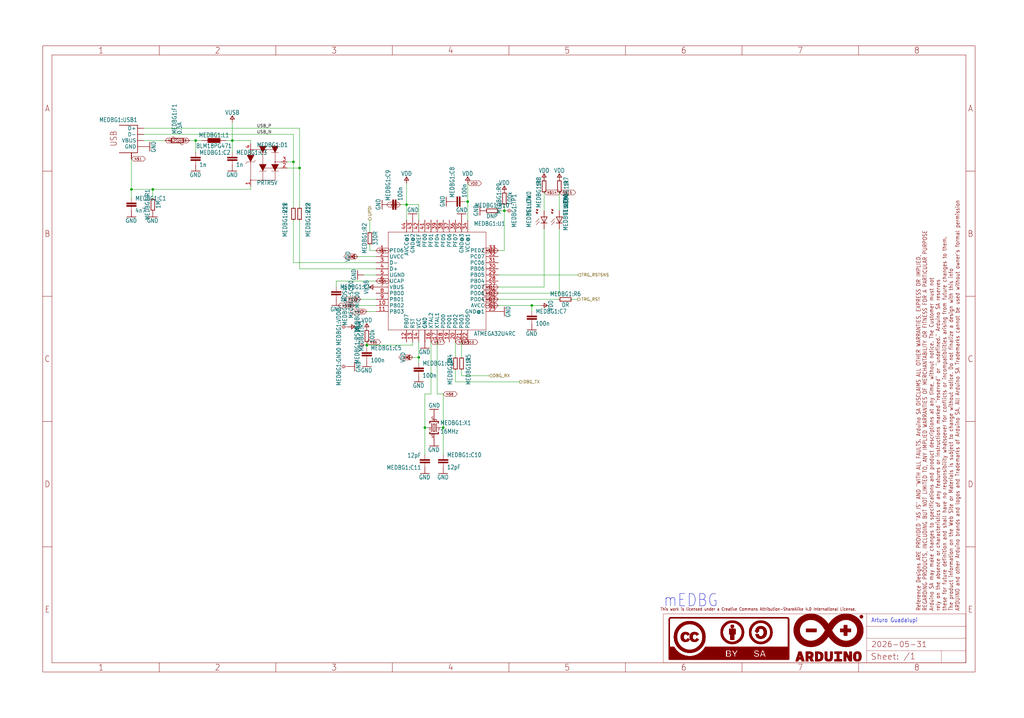
<source format=kicad_sch>
(kicad_sch (version 20250114) (generator "eeschema") (generator_version "9.0")
  (paper "User" 425.45 298.602)
  (lib_symbols
    (symbol "UNOWiFiREV2V4.0-eagle-import:A3-FRAME"
      (symbol "A3-FRAME_1_0"
        (text "A" (at 1.905 234.315 0) (effects (font (size 2.54 2.286))))
        (text "B" (at 1.905 182.245 0) (effects (font (size 2.54 2.286))))
        (text "C" (at 1.905 130.175 0) (effects (font (size 2.54 2.286))))
        (text "D" (at 1.905 78.105 0) (effects (font (size 2.54 2.286))))
        (text "E" (at 1.905 26.035 0) (effects (font (size 2.54 2.286))))
        (text "1" (at 24.2094 258.445 0) (effects (font (size 2.54 2.286))))
        (text "1" (at 24.2094 1.905 0) (effects (font (size 2.54 2.286))))
        (text "2" (at 72.6281 258.445 0) (effects (font (size 2.54 2.286))))
        (text "2" (at 72.6281 1.905 0) (effects (font (size 2.54 2.286))))
        (text "3" (at 121.0469 258.445 0) (effects (font (size 2.54 2.286))))
        (text "3" (at 121.0469 1.905 0) (effects (font (size 2.54 2.286))))
        (text "4" (at 169.4656 258.445 0) (effects (font (size 2.54 2.286))))
        (text "4" (at 169.4656 1.905 0) (effects (font (size 2.54 2.286))))
        (text "5" (at 217.8844 258.445 0) (effects (font (size 2.54 2.286))))
        (text "5" (at 217.8844 1.905 0) (effects (font (size 2.54 2.286))))
        (text "This work is licensed under a Creative Commons Attribution-ShareAlike 4.0 International License." (at 256.54 25.4 0) (effects (font (size 1.27 1.0795)) (justify left bottom)))
        (text "6" (at 266.3031 258.445 0) (effects (font (size 2.54 2.286))))
        (text "6" (at 266.3031 1.905 0) (effects (font (size 2.54 2.286))))
        (text "7" (at 314.7219 258.445 0) (effects (font (size 2.54 2.286))))
        (text "7" (at 314.7219 1.905 0) (effects (font (size 2.54 2.286))))
        (text "Sheet:" (at 343.916 4.953 0) (effects (font (size 2.54 2.54)) (justify left bottom)))
        (text "${PROJECTNAME}" (at 344.17 15.24 0) (effects (font (size 2.54 2.54)) (justify left bottom)))
        (text "${CURRENT_DATE}" (at 344.17 10.16 0) (effects (font (size 2.286 2.286)) (justify left bottom)))
        (text "${#}/${##}" (at 357.505 5.08 0) (effects (font (size 2.54 2.54)) (justify left bottom)))
        (text "8" (at 363.1406 258.445 0) (effects (font (size 2.54 2.286))))
        (text "8" (at 363.1406 1.905 0) (effects (font (size 2.54 2.286))))
        (text "Reference Designs ARE PROVIDED \"AS IS\" AND \"WITH ALL FAULTS. Arduino SA DISCLAIMS ALL OTHER WARRANTIES, EXPRESS OR IMPLIED,\nREGARDING PRODUCTS, INCLUDING BUT NOT LIMITED TO, ANY IMPLIED WARRANTIES OF MERCHANTABILITY OR FITNESS FOR A PARTICULAR PURPOSE\nArduino SA may make changes to specifications and product descriptions at any time, without notice. The Customer must not\nrely on the absence or characteristics of any features or instructions marked \"reserved\" or \"undefined.\" Arduino SA reserves\nthese for future definition and shall have no responsibility whatsoever for conflicts or incompatibilities arising from future changes to them.\nThe product information on the Web Site or Materials is subject to change without notice. Do not finalize a design with this info\nARDUINO and other Arduino brands and logos and Trademarks of Arduino SA. All Arduino SA Trademarks cannot be used without owner's formal permission" (at 381 25.4 900) (effects (font (size 1.6764 1.4249)) (justify left bottom)))
        (text "A" (at 385.445 234.315 0) (effects (font (size 2.54 2.286))))
        (text "B" (at 385.445 182.245 0) (effects (font (size 2.54 2.286))))
        (text "C" (at 385.445 130.175 0) (effects (font (size 2.54 2.286))))
        (text "D" (at 385.445 78.105 0) (effects (font (size 2.54 2.286))))
        (text "E" (at 385.445 26.035 0) (effects (font (size 2.54 2.286))))
      )
    )
    (symbol "UNOWiFiREV2V4.0-eagle-import:ATMEGA32U4"
      (property "Reference" "U" (at 15.24 22.86 0))
      (symbol "ATMEGA32U4_1_0"
        (pin bidirectional line (at -25.4 12.7 0) (length 5.08) (name "PE06") (number "1"))
        (pin bidirectional line (at -25.4 10.16 0) (length 5.08) (name "UVCC") (number "2"))
        (pin bidirectional line (at -25.4 7.62 0) (length 5.08) (name "D-") (number "3"))
        (pin bidirectional line (at -25.4 5.08 0) (length 5.08) (name "D+") (number "4"))
        (pin bidirectional line (at -25.4 2.54 0) (length 5.08) (name "UGND") (number "5"))
        (pin bidirectional line (at -25.4 0 0) (length 5.08) (name "UCAP") (number "6"))
        (pin bidirectional line (at -25.4 -2.54 0) (length 5.08) (name "VBUS") (number "7"))
        (pin bidirectional line (at -25.4 -5.08 0) (length 5.08) (name "PB00") (number "8"))
        (pin bidirectional line (at -25.4 -7.62 0) (length 5.08) (name "PB01") (number "9"))
        (pin bidirectional line (at -25.4 -10.16 0) (length 5.08) (name "PB02") (number "10"))
        (pin bidirectional line (at -25.4 -12.7 0) (length 5.08) (name "PB03") (number "11"))
        (pin bidirectional line (at -12.7 25.4 270) (length 5.08) (name "AVCC@1") (number "44"))
        (pin bidirectional line (at -12.7 -25.4 90) (length 5.08) (name "PB07") (number "12"))
        (pin bidirectional line (at -10.16 25.4 270) (length 5.08) (name "GND@2") (number "43"))
        (pin bidirectional line (at -10.16 -25.4 90) (length 5.08) (name "RST") (number "13"))
        (pin bidirectional line (at -7.62 25.4 270) (length 5.08) (name "AREF") (number "42"))
        (pin bidirectional line (at -7.62 -25.4 90) (length 5.08) (name "VCC") (number "14"))
        (pin bidirectional line (at -5.08 25.4 270) (length 5.08) (name "PF00") (number "41"))
        (pin bidirectional line (at -5.08 -25.4 90) (length 5.08) (name "GND") (number "15"))
        (pin bidirectional line (at -5.08 -25.4 90) (length 5.08) (name "GND") (number "45"))
        (pin bidirectional line (at -2.54 25.4 270) (length 5.08) (name "PF01") (number "40"))
        (pin bidirectional line (at -2.54 -25.4 90) (length 5.08) (name "XTAL2") (number "16"))
        (pin bidirectional line (at 0 25.4 270) (length 5.08) (name "PF04") (number "39"))
        (pin bidirectional line (at 0 -25.4 90) (length 5.08) (name "XTAL1") (number "17"))
        (pin bidirectional line (at 2.54 25.4 270) (length 5.08) (name "PF05") (number "38"))
        (pin bidirectional line (at 2.54 -25.4 90) (length 5.08) (name "PD00") (number "18"))
        (pin bidirectional line (at 5.08 25.4 270) (length 5.08) (name "PF06") (number "37"))
        (pin bidirectional line (at 5.08 -25.4 90) (length 5.08) (name "PD01") (number "19"))
        (pin bidirectional line (at 7.62 25.4 270) (length 5.08) (name "PF07") (number "36"))
        (pin bidirectional line (at 7.62 -25.4 90) (length 5.08) (name "PD02") (number "20"))
        (pin bidirectional line (at 10.16 25.4 270) (length 5.08) (name "GND@3") (number "35"))
        (pin bidirectional line (at 10.16 -25.4 90) (length 5.08) (name "PD03") (number "21"))
        (pin bidirectional line (at 12.7 25.4 270) (length 5.08) (name "VCC@1") (number "34"))
        (pin bidirectional line (at 12.7 -25.4 90) (length 5.08) (name "PD05") (number "22"))
        (pin bidirectional line (at 25.4 12.7 180) (length 5.08) (name "PE02") (number "33"))
        (pin bidirectional line (at 25.4 10.16 180) (length 5.08) (name "PC07") (number "32"))
        (pin bidirectional line (at 25.4 7.62 180) (length 5.08) (name "PC06") (number "31"))
        (pin bidirectional line (at 25.4 5.08 180) (length 5.08) (name "PB06") (number "30"))
        (pin bidirectional line (at 25.4 2.54 180) (length 5.08) (name "PB05") (number "29"))
        (pin bidirectional line (at 25.4 0 180) (length 5.08) (name "PB04") (number "28"))
        (pin bidirectional line (at 25.4 -2.54 180) (length 5.08) (name "PD07") (number "27"))
        (pin bidirectional line (at 25.4 -5.08 180) (length 5.08) (name "PD06") (number "26"))
        (pin bidirectional line (at 25.4 -7.62 180) (length 5.08) (name "PD04") (number "25"))
        (pin bidirectional line (at 25.4 -10.16 180) (length 5.08) (name "AVCC") (number "24"))
        (pin bidirectional line (at 25.4 -12.7 180) (length 5.08) (name "GND@1") (number "23"))
      )
    )
    (symbol "UNOWiFiREV2V4.0-eagle-import:C-0402"
      (property "Reference" "C" (at 1.524 1.651 0))
      (symbol "C-0402_1_0"
        (pin passive line (at 0 2.54 270) (length 0) (name "1") (number "1"))
        (pin passive line (at 0 -2.54 90) (length 0) (name "2") (number "2"))
      )
    )
    (symbol "UNOWiFiREV2V4.0-eagle-import:C-0805"
      (property "Reference" "C" (at 1.524 1.651 0))
      (symbol "C-0805_1_0"
        (pin passive line (at 0 2.54 270) (length 0) (name "1") (number "1"))
        (pin passive line (at 0 -2.54 90) (length 0) (name "2") (number "2"))
      )
    )
    (symbol "UNOWiFiREV2V4.0-eagle-import:CRYSTAL-3.2X2.5"
      (property "Reference" "X" (at 2.54 1.016 0))
      (symbol "CRYSTAL-3.2X2.5_1_0"
        (text "1" (at -2.159 -1.143 0) (effects (font (size 0.8636 0.734)) (justify left bottom)))
        (text "S" (at -1.27 3.048 0) (effects (font (size 1.27 1.0795)) (justify left bottom)))
        (text "S" (at -1.27 -4.318 0) (effects (font (size 1.27 1.0795)) (justify left bottom)))
        (text "3" (at 1.143 2.794 900) (effects (font (size 0.8636 0.734)) (justify left bottom)))
        (text "2" (at 1.524 -1.143 0) (effects (font (size 0.8636 0.734)) (justify left bottom)))
        (pin passive line (at -2.54 0 0) (length 0) (name "C1") (number "1"))
        (pin passive line (at 0 5.08 270) (length 2.54) (name "GND@2") (number "4"))
        (pin passive line (at 0 -5.08 90) (length 2.54) (name "GND@1") (number "2"))
        (pin passive line (at 2.54 0 180) (length 0) (name "C2") (number "3"))
      )
    )
    (symbol "UNOWiFiREV2V4.0-eagle-import:FERRITE0603"
      (property "Reference" "L" (at 0 1.27 0))
      (symbol "FERRITE0603_1_0"
        (pin passive line (at -5.08 0 0) (length 2.54) (name "1") (number "1"))
        (pin passive line (at 5.08 0 180) (length 2.54) (name "2") (number "2"))
      )
    )
    (symbol "UNOWiFiREV2V4.0-eagle-import:GND" (power)
      (symbol "GND_1_0"
        (pin power_in line (at 0 2.54 270) (length 2.54) (name "GND") (number "1"))
      )
    )
    (symbol "UNOWiFiREV2V4.0-eagle-import:LED-0603"
      (property "Reference" "DL" (at 3.556 -4.572 90))
      (symbol "LED-0603_1_0"
        (pin passive line (at 0 2.54 270) (length 2.54) (name "A") (number "A"))
        (pin passive line (at 0 -5.08 90) (length 2.54) (name "C") (number "C"))
      )
    )
    (symbol "UNOWiFiREV2V4.0-eagle-import:PRTR5V0U2X,215"
      (property "Reference" "D" (at -2.54 6.096 0))
      (symbol "PRTR5V0U2X,215_1_0"
        (pin passive line (at -5.08 7.62 270) (length 2.54) (name "4") (number "4"))
        (pin passive line (at -5.08 -10.16 90) (length 2.54) (name "1") (number "1"))
        (pin passive line (at 10.16 0 180) (length 2.54) (name "3") (number "3"))
        (pin passive line (at 10.16 -2.54 180) (length 2.54) (name "2") (number "2"))
      )
    )
    (symbol "UNOWiFiREV2V4.0-eagle-import:PTC0603"
      (property "Reference" "F" (at 2.54 0.2286 0))
      (symbol "PTC0603_1_0"
        (pin passive line (at 0 5.08 270) (length 2.54) (name "2") (number "2"))
        (pin passive line (at 0 -5.08 90) (length 2.54) (name "1") (number "1"))
      )
    )
    (symbol "UNOWiFiREV2V4.0-eagle-import:R-0402"
      (property "Reference" "R" (at 0 1.27 0))
      (symbol "R-0402_1_0"
        (pin passive line (at -2.54 0 0) (length 0) (name "1") (number "1"))
        (pin passive line (at 2.54 0 180) (length 0) (name "2") (number "2"))
      )
    )
    (symbol "UNOWiFiREV2V4.0-eagle-import:TPTP-1.00MM"
      (property "Reference" "TP" (at 0 0.508 0))
      (symbol "TPTP-1.00MM_1_0"
        (pin passive line (at 0 -2.54 90) (length 0) (name "P$1") (number "X"))
      )
    )
    (symbol "UNOWiFiREV2V4.0-eagle-import:TPTP-1.27MM"
      (property "Reference" "TP" (at 0 0.508 0))
      (symbol "TPTP-1.27MM_1_0"
        (pin passive line (at 0 -2.54 90) (length 0) (name "P$1") (number "X"))
      )
    )
    (symbol "UNOWiFiREV2V4.0-eagle-import:USB-B-H"
      (property "Reference" "USB" (at 0 10.16 0))
      (symbol "USB-B-H_1_0"
        (text "USB" (at 11.43 0 900) (effects (font (size 2.54 2.159)) (justify left bottom)))
        (pin bidirectional line (at -2.54 7.62 0) (length 2.54) (name "D+") (number "D+"))
        (pin bidirectional line (at -2.54 5.08 0) (length 2.54) (name "D-") (number "D-"))
        (pin bidirectional line (at -2.54 2.54 0) (length 2.54) (name "VBUS") (number "VBUS"))
        (pin bidirectional line (at -2.54 0 0) (length 2.54) (name "GND") (number "GND"))
        (pin bidirectional line (at 2.54 -5.08 90) (length 2.54) (name "SHIELD") (number "SHIELD1"))
        (pin bidirectional line (at 2.54 -5.08 90) (length 2.54) (name "SHIELD") (number "SHIELD2"))
      )
    )
    (symbol "UNOWiFiREV2V4.0-eagle-import:VDD" (power)
      (symbol "VDD_1_0"
        (pin power_in line (at 0 -2.54 90) (length 2.54) (name "+1V") (number "1"))
      )
    )
    (symbol "UNOWiFiREV2V4.0-eagle-import:VUSB" (power)
      (symbol "VUSB_1_0"
        (pin power_in line (at 0 -2.54 90) (length 2.54) (name "VUSB") (number "1"))
      )
    )
  )
  (text "Arturo Guadalupi" (at 361.95 259.08 0) (effects (font (size 1.778 1.5113)) (justify left bottom)))
  (text "mEDBG" (at 275.59 252.73 0) (effects (font (size 5.08 4.318)) (justify left bottom)))
  (junction (at 81.28 58.42))
  (junction (at 194.31 83.82))
  (junction (at 184.15 177.8))
  (junction (at 176.53 177.8))
  (junction (at 124.46 69.85))
  (junction (at 173.99 148.59))
  (junction (at 121.92 67.31))
  (junction (at 63.5 78.74))
  (junction (at 152.4 143.51))
  (junction (at 96.52 58.42))
  (junction (at 209.55 87.63))
  (junction (at 220.98 127))
  (junction (at 54.61 78.74))
  (junction (at 168.91 85.09))
  (wire (pts (xy 207.01 87.63) (xy 209.55 87.63)) (stroke (width 0.1524)))
  (wire (pts (xy 184.15 163.83) (xy 181.61 163.83)) (stroke (width 0.1524)))
  (wire (pts (xy 194.31 76.2) (xy 194.31 83.82)) (stroke (width 0.1524)))
  (wire (pts (xy 152.4 129.54) (xy 156.21 129.54)) (stroke (width 0.1524)))
  (wire (pts (xy 194.31 83.82) (xy 194.31 91.44)) (stroke (width 0.1524)))
  (wire (pts (xy 176.53 177.8) (xy 176.53 163.83)) (stroke (width 0.1524)))
  (wire (pts (xy 54.61 78.74) (xy 63.5 78.74)) (stroke (width 0.1524)))
  (wire (pts (xy 237.49 124.46) (xy 240.03 124.46)) (stroke (width 0.1524)))
  (wire (pts (xy 189.23 142.24) (xy 189.23 148.59)) (stroke (width 0.1524)))
  (wire (pts (xy 181.61 163.83) (xy 181.61 142.24)) (stroke (width 0.1524)))
  (wire (pts (xy 193.04 83.82) (xy 194.31 83.82)) (stroke (width 0.1524)))
  (wire (pts (xy 191.77 142.24) (xy 191.77 148.59)) (stroke (width 0.1524)))
  (wire (pts (xy 207.01 124.46) (xy 232.41 124.46)) (stroke (width 0.1524)))
  (wire (pts (xy 207.01 121.92) (xy 232.41 121.92)) (stroke (width 0.1524)))
  (wire (pts (xy 121.92 55.88) (xy 121.92 67.31)) (stroke (width 0.1524)))
  (wire (pts (xy 124.46 53.34) (xy 124.46 69.85)) (stroke (width 0.1524)))
  (wire (pts (xy 59.69 53.34) (xy 124.46 53.34)) (stroke (width 0.1524)))
  (wire (pts (xy 168.91 85.09) (xy 173.99 85.09)) (stroke (width 0.1524)))
  (wire (pts (xy 156.21 104.14) (xy 153.67 104.14)) (stroke (width 0.1524)))
  (wire (pts (xy 124.46 91.44) (xy 124.46 111.76)) (stroke (width 0.1524)))
  (wire (pts (xy 224.79 127) (xy 220.98 127)) (stroke (width 0.1524)))
  (wire (pts (xy 182.88 177.8) (xy 184.15 177.8)) (stroke (width 0.1524)))
  (wire (pts (xy 176.53 177.8) (xy 176.53 189.23)) (stroke (width 0.1524)))
  (wire (pts (xy 63.5 78.74) (xy 63.5 82.55)) (stroke (width 0.1524)))
  (wire (pts (xy 177.8 177.8) (xy 176.53 177.8)) (stroke (width 0.1524)))
  (wire (pts (xy 207.01 119.38) (xy 226.06 119.38)) (stroke (width 0.1524)))
  (wire (pts (xy 191.77 153.67) (xy 191.77 156.21)) (stroke (width 0.1524)))
  (wire (pts (xy 173.99 151.13) (xy 173.99 148.59)) (stroke (width 0.1524)))
  (wire (pts (xy 209.55 87.63) (xy 209.55 85.09)) (stroke (width 0.1524)))
  (wire (pts (xy 189.23 158.75) (xy 215.9 158.75)) (stroke (width 0.1524)))
  (wire (pts (xy 156.21 116.84) (xy 139.7 116.84)) (stroke (width 0.1524)))
  (wire (pts (xy 220.98 127) (xy 220.98 129.54)) (stroke (width 0.1524)))
  (wire (pts (xy 78.74 58.42) (xy 81.28 58.42)) (stroke (width 0.1524)))
  (wire (pts (xy 171.45 143.51) (xy 171.45 142.24)) (stroke (width 0.1524)))
  (wire (pts (xy 121.92 91.44) (xy 121.92 109.22)) (stroke (width 0.1524)))
  (wire (pts (xy 121.92 109.22) (xy 156.21 109.22)) (stroke (width 0.1524)))
  (wire (pts (xy 173.99 85.09) (xy 173.99 91.44)) (stroke (width 0.1524)))
  (wire (pts (xy 207.01 114.3) (xy 240.03 114.3)) (stroke (width 0.1524)))
  (wire (pts (xy 173.99 148.59) (xy 173.99 142.24)) (stroke (width 0.1524)))
  (wire (pts (xy 207.01 127) (xy 220.98 127)) (stroke (width 0.1524)))
  (wire (pts (xy 152.4 142.24) (xy 152.4 143.51)) (stroke (width 0.1524)))
  (wire (pts (xy 232.41 95.25) (xy 232.41 121.92)) (stroke (width 0.1524)))
  (wire (pts (xy 171.45 148.59) (xy 173.99 148.59)) (stroke (width 0.1524)))
  (wire (pts (xy 81.28 58.42) (xy 83.82 58.42)) (stroke (width 0.1524)))
  (wire (pts (xy 81.28 58.42) (xy 81.28 63.5)) (stroke (width 0.1524)))
  (wire (pts (xy 152.4 143.51) (xy 171.45 143.51)) (stroke (width 0.1524)))
  (wire (pts (xy 168.91 85.09) (xy 168.91 76.2)) (stroke (width 0.1524)))
  (wire (pts (xy 147.32 127) (xy 156.21 127)) (stroke (width 0.1524)))
  (wire (pts (xy 148.59 106.68) (xy 156.21 106.68)) (stroke (width 0.1524)))
  (wire (pts (xy 153.67 96.52) (xy 153.67 91.44)) (stroke (width 0.1524)))
  (wire (pts (xy 153.67 104.14) (xy 153.67 101.6)) (stroke (width 0.1524)))
  (wire (pts (xy 121.92 67.31) (xy 119.38 67.31)) (stroke (width 0.1524)))
  (wire (pts (xy 63.5 78.74) (xy 104.14 78.74)) (stroke (width 0.1524)))
  (wire (pts (xy 124.46 69.85) (xy 124.46 86.36)) (stroke (width 0.1524)))
  (wire (pts (xy 93.98 58.42) (xy 96.52 58.42)) (stroke (width 0.1524)))
  (wire (pts (xy 96.52 58.42) (xy 104.14 58.42)) (stroke (width 0.1524)))
  (wire (pts (xy 168.91 85.09) (xy 168.91 91.44)) (stroke (width 0.1524)))
  (wire (pts (xy 151.13 114.3) (xy 156.21 114.3)) (stroke (width 0.1524)))
  (wire (pts (xy 54.61 78.74) (xy 54.61 82.55)) (stroke (width 0.1524)))
  (wire (pts (xy 152.4 143.51) (xy 152.4 144.78)) (stroke (width 0.1524)))
  (wire (pts (xy 179.07 163.83) (xy 176.53 163.83)) (stroke (width 0.1524)))
  (wire (pts (xy 121.92 67.31) (xy 121.92 86.36)) (stroke (width 0.1524)))
  (wire (pts (xy 184.15 177.8) (xy 184.15 189.23)) (stroke (width 0.1524)))
  (wire (pts (xy 179.07 142.24) (xy 179.07 163.83)) (stroke (width 0.1524)))
  (wire (pts (xy 68.58 58.42) (xy 59.69 58.42)) (stroke (width 0.1524)))
  (wire (pts (xy 226.06 95.25) (xy 226.06 119.38)) (stroke (width 0.1524)))
  (wire (pts (xy 96.52 58.42) (xy 96.52 63.5)) (stroke (width 0.1524)))
  (wire (pts (xy 166.37 85.09) (xy 168.91 85.09)) (stroke (width 0.1524)))
  (wire (pts (xy 124.46 69.85) (xy 119.38 69.85)) (stroke (width 0.1524)))
  (wire (pts (xy 139.7 116.84) (xy 139.7 119.38)) (stroke (width 0.1524)))
  (wire (pts (xy 96.52 50.8) (xy 96.52 58.42)) (stroke (width 0.1524)))
  (wire (pts (xy 191.77 156.21) (xy 203.2 156.21)) (stroke (width 0.1524)))
  (wire (pts (xy 207.01 104.14) (xy 209.55 104.14)) (stroke (width 0.1524)))
  (wire (pts (xy 156.21 111.76) (xy 124.46 111.76)) (stroke (width 0.1524)))
  (wire (pts (xy 189.23 153.67) (xy 189.23 158.75)) (stroke (width 0.1524)))
  (wire (pts (xy 209.55 104.14) (xy 209.55 87.63)) (stroke (width 0.1524)))
  (wire (pts (xy 54.61 66.04) (xy 54.61 78.74)) (stroke (width 0.1524)))
  (wire (pts (xy 149.86 124.46) (xy 156.21 124.46)) (stroke (width 0.1524)))
  (wire (pts (xy 104.14 78.74) (xy 104.14 77.47)) (stroke (width 0.1524)))
  (wire (pts (xy 104.14 58.42) (xy 104.14 59.69)) (stroke (width 0.1524)))
  (wire (pts (xy 232.41 80.01) (xy 232.41 87.63)) (stroke (width 0.1524)))
  (wire (pts (xy 184.15 177.8) (xy 184.15 163.83)) (stroke (width 0.1524)))
  (wire (pts (xy 226.06 80.01) (xy 226.06 87.63)) (stroke (width 0.1524)))
  (wire (pts (xy 59.69 55.88) (xy 121.92 55.88)) (stroke (width 0.1524)))
  (label "USB_N" (at 106.68 55.88 0) (effects (font (size 1.2446 1.2446))))
  (label "USB_P" (at 106.68 53.34 0) (effects (font (size 1.2446 1.2446))))
  (global_label "N$10" (shape bidirectional) (at 191.77 142.24 0) (effects (font (size 1.016 1.016))) (property "Intersheetrefs" "${INTERSHEET_REFS}" (effects (hide yes))))
  (global_label "N$8" (shape bidirectional) (at 184.15 163.83 0) (effects (font (size 1.016 1.016))) (property "Intersheetrefs" "${INTERSHEET_REFS}" (effects (hide yes))))
  (global_label "N$11" (shape bidirectional) (at 207.01 119.38 180) (effects (font (size 1.016 1.016))) (property "Intersheetrefs" "${INTERSHEET_REFS}" (effects (hide yes))))
  (global_label "N$18" (shape bidirectional) (at 147.32 127 180) (effects (font (size 1.016 1.016))) (property "Intersheetrefs" "${INTERSHEET_REFS}" (effects (hide yes))))
  (global_label "VDD" (shape bidirectional) (at 171.45 148.59 180) (effects (font (size 1.016 1.016))) (property "Intersheetrefs" "${INTERSHEET_REFS}" (effects (hide yes))))
  (global_label "N$5" (shape bidirectional) (at 156.21 116.84 0) (effects (font (size 1.016 1.016))) (property "Intersheetrefs" "${INTERSHEET_REFS}" (effects (hide yes))))
  (global_label "N$16" (shape bidirectional) (at 207.01 104.14 180) (effects (font (size 1.016 1.016))) (property "Intersheetrefs" "${INTERSHEET_REFS}" (effects (hide yes))))
  (global_label "N$9" (shape bidirectional) (at 189.23 142.24 0) (effects (font (size 1.016 1.016))) (property "Intersheetrefs" "${INTERSHEET_REFS}" (effects (hide yes))))
  (global_label "VDD" (shape bidirectional) (at 166.37 85.09 180) (effects (font (size 1.016 1.016))) (property "Intersheetrefs" "${INTERSHEET_REFS}" (effects (hide yes))))
  (global_label "N$17" (shape bidirectional) (at 152.4 129.54 180) (effects (font (size 1.016 1.016))) (property "Intersheetrefs" "${INTERSHEET_REFS}" (effects (hide yes))))
  (global_label "VDD" (shape bidirectional) (at 207.01 127 180) (effects (font (size 1.016 1.016))) (property "Intersheetrefs" "${INTERSHEET_REFS}" (effects (hide yes))))
  (global_label "N$6" (shape bidirectional) (at 152.4 142.24 0) (effects (font (size 1.016 1.016))) (property "Intersheetrefs" "${INTERSHEET_REFS}" (effects (hide yes))))
  (global_label "N$7" (shape bidirectional) (at 179.07 142.24 0) (effects (font (size 1.016 1.016))) (property "Intersheetrefs" "${INTERSHEET_REFS}" (effects (hide yes))))
  (global_label "N$4" (shape bidirectional) (at 156.21 104.14 0) (effects (font (size 1.016 1.016))) (property "Intersheetrefs" "${INTERSHEET_REFS}" (effects (hide yes))))
  (global_label "N$15" (shape bidirectional) (at 232.41 80.01 0) (effects (font (size 1.016 1.016))) (property "Intersheetrefs" "${INTERSHEET_REFS}" (effects (hide yes))))
  (global_label "VDD" (shape bidirectional) (at 194.31 76.2 0) (effects (font (size 1.016 1.016))) (property "Intersheetrefs" "${INTERSHEET_REFS}" (effects (hide yes))))
  (global_label "N$1" (shape bidirectional) (at 54.61 66.04 0) (effects (font (size 1.016 1.016))) (property "Intersheetrefs" "${INTERSHEET_REFS}" (effects (hide yes))))
  (global_label "VDD" (shape bidirectional) (at 148.59 106.68 180) (effects (font (size 1.016 1.016))) (property "Intersheetrefs" "${INTERSHEET_REFS}" (effects (hide yes))))
  (global_label "N$2" (shape bidirectional) (at 68.58 58.42 0) (effects (font (size 1.016 1.016))) (property "Intersheetrefs" "${INTERSHEET_REFS}" (effects (hide yes))))
  (global_label "N$13" (shape bidirectional) (at 207.01 121.92 180) (effects (font (size 1.016 1.016))) (property "Intersheetrefs" "${INTERSHEET_REFS}" (effects (hide yes))))
  (global_label "N$12" (shape bidirectional) (at 207.01 124.46 180) (effects (font (size 1.016 1.016))) (property "Intersheetrefs" "${INTERSHEET_REFS}" (effects (hide yes))))
  (global_label "N$3" (shape bidirectional) (at 78.74 58.42 180) (effects (font (size 1.016 1.016))) (property "Intersheetrefs" "${INTERSHEET_REFS}" (effects (hide yes))))
  (global_label "N$19" (shape bidirectional) (at 149.86 124.46 180) (effects (font (size 1.016 1.016))) (property "Intersheetrefs" "${INTERSHEET_REFS}" (effects (hide yes))))
  (global_label "N$14" (shape bidirectional) (at 226.06 80.01 0) (effects (font (size 1.016 1.016))) (property "Intersheetrefs" "${INTERSHEET_REFS}" (effects (hide yes))))
  (hierarchical_label "DBG_TX" (shape output) (at 215.9 158.75 0) (effects (font (size 1.2446 1.2446))))
  (hierarchical_label "DBG_RX" (shape input) (at 203.2 156.21 0) (effects (font (size 1.2446 1.2446))))
  (hierarchical_label "TRG_RST" (shape output) (at 240.03 124.46 0) (effects (font (size 1.2446 1.2446))))
  (hierarchical_label "UPDI" (shape output) (at 153.67 91.44 90) (effects (font (size 1.2446 1.2446))))
  (hierarchical_label "TRG_RSTSNS" (shape input) (at 240.03 114.3 0) (effects (font (size 1.2446 1.2446))))
  (symbol (lib_id "UNOWiFiREV2V4.0-eagle-import:GND") (at 180.34 185.42 0) (unit 1)
    (property "Reference" "MEDBG1:#GND20" (effects (hide yes)))
    (property "Value" "GND" (at 177.8 187.96 0) (effects (font (size 1.778 1.5113)) (justify left bottom)))
  )
  (symbol (lib_id "UNOWiFiREV2V4.0-eagle-import:R-0402") (at 153.67 99.06 90) (unit 1)
    (property "Reference" "MEDBG1:R2" (at 152.4 99.06 0) (effects (font (size 1.778 1.5113)) (justify bottom)))
    (property "Value" "330R" (at 154.94 99.06 0) (effects (font (size 1.778 1.5113)) (justify top)))
    (property "Footprint" "UNOWiFiREV2V4.0:0402-1005X55N" (effects (hide yes)))
  )
  (symbol (lib_id "UNOWiFiREV2V4.0-eagle-import:R-0402") (at 124.46 88.9 270) (mirror x) (unit 1)
    (property "Reference" "MEDBG1:R12" (at 127 91.44 0) (effects (font (size 1.778 1.5113)) (justify bottom)))
    (property "Value" "22R" (at 127 86.36 0) (effects (font (size 1.778 1.5113)) (justify bottom)))
    (property "Footprint" "UNOWiFiREV2V4.0:0402-1005X55N" (effects (hide yes)))
  )
  (symbol (lib_id "UNOWiFiREV2V4.0-eagle-import:GND") (at 199.39 87.63 270) (unit 1)
    (property "Reference" "MEDBG1:#GND16" (effects (hide yes)))
    (property "Value" "GND" (at 196.85 85.09 0) (effects (font (size 1.778 1.5113)) (justify left bottom)))
  )
  (symbol (lib_id "UNOWiFiREV2V4.0-eagle-import:VDD") (at 146.05 106.68 90) (unit 1)
    (property "Reference" "MEDBG1:#P+1" (effects (hide yes)))
    (property "Value" "VDD" (at 145.542 106.68 0) (effects (font (size 1.778 1.5113)) (justify bottom)))
  )
  (symbol (lib_id "UNOWiFiREV2V4.0-eagle-import:C-0402") (at 96.52 66.04 0) (unit 1)
    (property "Reference" "MEDBG1:C3" (at 98.044 64.389 0) (effects (font (size 1.778 1.5113)) (justify left bottom)))
    (property "Value" "1n" (at 98.044 69.469 0) (effects (font (size 1.778 1.5113)) (justify left bottom)))
    (property "Footprint" "UNOWiFiREV2V4.0:0402-1005X55N" (effects (hide yes)))
  )
  (symbol (lib_id "UNOWiFiREV2V4.0-eagle-import:CRYSTAL-3.2X2.5") (at 180.34 177.8 0) (unit 1)
    (property "Reference" "MEDBG1:X1" (at 182.88 176.784 0) (effects (font (size 1.778 1.5113)) (justify left bottom)))
    (property "Value" "16MHz" (at 182.88 180.34 0) (effects (font (size 1.778 1.5113)) (justify left bottom)))
    (property "Footprint" "UNOWiFiREV2V4.0:CRYSTAL-3.2-2.5" (effects (hide yes)))
  )
  (symbol (lib_id "UNOWiFiREV2V4.0-eagle-import:GND") (at 96.52 71.12 0) (unit 1)
    (property "Reference" "MEDBG1:#GND5" (effects (hide yes)))
    (property "Value" "GND" (at 93.98 73.66 0) (effects (font (size 1.778 1.5113)) (justify left bottom)))
  )
  (symbol (lib_id "UNOWiFiREV2V4.0-eagle-import:R-0402") (at 63.5 85.09 90) (unit 1)
    (property "Reference" "MEDBG1:R1" (at 62.23 85.09 0) (effects (font (size 1.778 1.5113)) (justify bottom)))
    (property "Value" "1M" (at 64.77 85.09 0) (effects (font (size 1.778 1.5113)) (justify top)))
    (property "Footprint" "UNOWiFiREV2V4.0:0402-1005X55N" (effects (hide yes)))
  )
  (symbol (lib_id "UNOWiFiREV2V4.0-eagle-import:TPTP-1.00MM") (at 149.86 143.51 90) (unit 1)
    (property "Reference" "MEDBG1:RST0" (at 149.352 143.51 0) (effects (font (size 1.778 1.5113)) (justify bottom)))
    (property "Value" "DNP" (effects (hide yes)))
    (property "Footprint" "UNOWiFiREV2V4.0:TP-1.00MM" (effects (hide yes)))
  )
  (symbol (lib_id "UNOWiFiREV2V4.0-eagle-import:C-0402") (at 190.5 83.82 90) (unit 1)
    (property "Reference" "MEDBG1:C8" (at 188.849 82.296 0) (effects (font (size 1.778 1.5113)) (justify left bottom)))
    (property "Value" "100n" (at 193.929 82.296 0) (effects (font (size 1.778 1.5113)) (justify left bottom)))
    (property "Footprint" "UNOWiFiREV2V4.0:0402-1005X55N" (effects (hide yes)))
  )
  (symbol (lib_id "UNOWiFiREV2V4.0-eagle-import:C-0402") (at 81.28 66.04 0) (unit 1)
    (property "Reference" "MEDBG1:C2" (at 82.804 64.389 0) (effects (font (size 1.778 1.5113)) (justify left bottom)))
    (property "Value" "1n" (at 82.804 69.469 0) (effects (font (size 1.778 1.5113)) (justify left bottom)))
    (property "Footprint" "UNOWiFiREV2V4.0:0402-1005X55N" (effects (hide yes)))
  )
  (symbol (lib_id "UNOWiFiREV2V4.0-eagle-import:C-0402") (at 152.4 147.32 0) (unit 1)
    (property "Reference" "MEDBG1:C5" (at 153.924 145.669 0) (effects (font (size 1.778 1.5113)) (justify left bottom)))
    (property "Value" "100n" (at 153.924 150.749 0) (effects (font (size 1.778 1.5113)) (justify left bottom)))
    (property "Footprint" "UNOWiFiREV2V4.0:0402-1005X55N" (effects (hide yes)))
  )
  (symbol (lib_id "UNOWiFiREV2V4.0-eagle-import:USB-B-H") (at 57.15 60.96 0) (mirror y) (unit 1)
    (property "Reference" "MEDBG1:USB1" (at 57.15 50.8 0) (effects (font (size 1.778 1.5113)) (justify left bottom)))
    (property "Value" "-" (effects (hide yes)))
    (property "Footprint" "UNOWiFiREV2V4.0:USB-B-H" (effects (hide yes)))
  )
  (symbol (lib_id "UNOWiFiREV2V4.0-eagle-import:R-0402") (at 209.55 82.55 90) (unit 1)
    (property "Reference" "MEDBG1:R9" (at 208.28 82.55 0) (effects (font (size 1.778 1.5113)) (justify bottom)))
    (property "Value" "100k" (at 210.82 82.55 0) (effects (font (size 1.778 1.5113)) (justify top)))
    (property "Footprint" "UNOWiFiREV2V4.0:0402-1005X55N" (effects (hide yes)))
  )
  (symbol (lib_id "UNOWiFiREV2V4.0-eagle-import:GND") (at 171.45 88.9 180) (unit 1)
    (property "Reference" "MEDBG1:#GND6" (effects (hide yes)))
    (property "Value" "GND" (at 173.99 86.36 0) (effects (font (size 1.778 1.5113)) (justify left bottom)))
  )
  (symbol (lib_id "UNOWiFiREV2V4.0-eagle-import:VUSB") (at 96.52 48.26 0) (unit 1)
    (property "Reference" "MEDBG1:#V1" (effects (hide yes)))
    (property "Value" "VUSB" (at 96.52 47.752 0) (effects (font (size 1.778 1.5113)) (justify bottom)))
  )
  (symbol (lib_id "UNOWiFiREV2V4.0-eagle-import:C-0402") (at 139.7 121.92 0) (unit 1)
    (property "Reference" "MEDBG1:C4" (at 141.224 120.269 0) (effects (font (size 1.778 1.5113)) (justify left bottom)))
    (property "Value" "1u" (at 141.224 125.349 0) (effects (font (size 1.778 1.5113)) (justify left bottom)))
    (property "Footprint" "UNOWiFiREV2V4.0:0402-1005X55N" (effects (hide yes)))
  )
  (symbol (lib_id "UNOWiFiREV2V4.0-eagle-import:GND") (at 63.5 90.17 0) (unit 1)
    (property "Reference" "MEDBG1:#GND2" (effects (hide yes)))
    (property "Value" "GND" (at 60.96 92.71 0) (effects (font (size 1.778 1.5113)) (justify left bottom)))
  )
  (symbol (lib_id "UNOWiFiREV2V4.0-eagle-import:VDD") (at 209.55 77.47 0) (unit 1)
    (property "Reference" "MEDBG1:#P+7" (effects (hide yes)))
    (property "Value" "VDD" (at 209.55 76.962 0) (effects (font (size 1.778 1.5113)) (justify bottom)))
  )
  (symbol (lib_id "UNOWiFiREV2V4.0-eagle-import:GND") (at 139.7 127 0) (unit 1)
    (property "Reference" "MEDBG1:#GND11" (effects (hide yes)))
    (property "Value" "GND" (at 137.16 129.54 0) (effects (font (size 1.778 1.5113)) (justify left bottom)))
  )
  (symbol (lib_id "UNOWiFiREV2V4.0-eagle-import:GND") (at 62.23 60.96 90) (unit 1)
    (property "Reference" "MEDBG1:#GND3" (effects (hide yes)))
    (property "Value" "GND" (at 64.77 63.5 0) (effects (font (size 1.778 1.5113)) (justify left bottom)))
  )
  (symbol (lib_id "UNOWiFiREV2V4.0-eagle-import:GND") (at 180.34 170.18 180) (unit 1)
    (property "Reference" "MEDBG1:#GND19" (effects (hide yes)))
    (property "Value" "GND" (at 182.88 167.64 0) (effects (font (size 1.778 1.5113)) (justify left bottom)))
  )
  (symbol (lib_id "UNOWiFiREV2V4.0-eagle-import:GND") (at 158.75 85.09 270) (unit 1)
    (property "Reference" "MEDBG1:#GND18" (effects (hide yes)))
    (property "Value" "GND" (at 156.21 82.55 0) (effects (font (size 1.778 1.5113)) (justify left bottom)))
  )
  (symbol (lib_id "UNOWiFiREV2V4.0-eagle-import:C-0402") (at 163.83 85.09 90) (unit 1)
    (property "Reference" "MEDBG1:C9" (at 162.179 83.566 0) (effects (font (size 1.778 1.5113)) (justify left bottom)))
    (property "Value" "100n" (at 167.259 83.566 0) (effects (font (size 1.778 1.5113)) (justify left bottom)))
    (property "Footprint" "UNOWiFiREV2V4.0:0402-1005X55N" (effects (hide yes)))
  )
  (symbol (lib_id "UNOWiFiREV2V4.0-eagle-import:VDD") (at 227.33 127 270) (unit 1)
    (property "Reference" "MEDBG1:#P+4" (effects (hide yes)))
    (property "Value" "VDD" (at 227.838 127 0) (effects (font (size 1.778 1.5113)) (justify bottom)))
  )
  (symbol (lib_id "UNOWiFiREV2V4.0-eagle-import:VDD") (at 147.32 135.89 270) (unit 1)
    (property "Reference" "MEDBG1:#P+10" (effects (hide yes)))
    (property "Value" "VDD" (at 147.828 135.89 0) (effects (font (size 1.778 1.5113)) (justify bottom)))
  )
  (symbol (lib_id "UNOWiFiREV2V4.0-eagle-import:VDD") (at 168.91 148.59 90) (unit 1)
    (property "Reference" "MEDBG1:#P+3" (effects (hide yes)))
    (property "Value" "VDD" (at 168.402 148.59 0) (effects (font (size 1.778 1.5113)) (justify bottom)))
  )
  (symbol (lib_id "UNOWiFiREV2V4.0-eagle-import:PTC0603") (at 73.66 58.42 90) (unit 1)
    (property "Reference" "MEDBG1:F1" (at 73.4314 55.88 0) (effects (font (size 1.778 1.5113)) (justify left bottom)))
    (property "Value" "0.5A" (at 75.565 55.88 0) (effects (font (size 1.778 1.5113)) (justify left bottom)))
    (property "Footprint" "UNOWiFiREV2V4.0:0603-1608X90N" (effects (hide yes)))
  )
  (symbol (lib_id "UNOWiFiREV2V4.0-eagle-import:GND") (at 220.98 137.16 0) (unit 1)
    (property "Reference" "MEDBG1:#GND15" (effects (hide yes)))
    (property "Value" "GND" (at 218.44 139.7 0) (effects (font (size 1.778 1.5113)) (justify left bottom)))
  )
  (symbol (lib_id "UNOWiFiREV2V4.0-eagle-import:GND") (at 148.59 114.3 270) (unit 1)
    (property "Reference" "MEDBG1:#GND10" (effects (hide yes)))
    (property "Value" "GND" (at 146.05 111.76 0) (effects (font (size 1.778 1.5113)) (justify left bottom)))
  )
  (symbol (lib_id "UNOWiFiREV2V4.0-eagle-import:VDD") (at 152.4 134.62 0) (unit 1)
    (property "Reference" "MEDBG1:#P+2" (effects (hide yes)))
    (property "Value" "VDD" (at 152.4 134.112 0) (effects (font (size 1.778 1.5113)) (justify bottom)))
  )
  (symbol (lib_id "UNOWiFiREV2V4.0-eagle-import:TPTP-1.27MM") (at 212.09 87.63 270) (unit 1)
    (property "Reference" "MEDBG1:TP1" (at 212.598 87.63 0) (effects (font (size 1.778 1.5113)) (justify bottom)))
    (property "Value" "DNP" (effects (hide yes)))
    (property "Footprint" "UNOWiFiREV2V4.0:TP-1.27MM" (effects (hide yes)))
  )
  (symbol (lib_id "UNOWiFiREV2V4.0-eagle-import:R-0402") (at 226.06 77.47 90) (unit 1)
    (property "Reference" "MEDBG1:R8" (at 224.79 80.01 0) (effects (font (size 1.778 1.5113)) (justify bottom)))
    (property "Value" "1k" (at 224.79 76.2 0) (effects (font (size 1.778 1.5113)) (justify bottom)))
    (property "Footprint" "UNOWiFiREV2V4.0:0402-1005X55N" (effects (hide yes)))
  )
  (symbol (lib_id "UNOWiFiREV2V4.0-eagle-import:R-0402") (at 152.4 139.7 90) (unit 1)
    (property "Reference" "MEDBG1:R3" (at 151.13 139.7 0) (effects (font (size 1.778 1.5113)) (justify bottom)))
    (property "Value" "100k" (at 153.67 139.7 0) (effects (font (size 1.778 1.5113)) (justify top)))
    (property "Footprint" "UNOWiFiREV2V4.0:0402-1005X55N" (effects (hide yes)))
  )
  (symbol (lib_id "UNOWiFiREV2V4.0-eagle-import:GND") (at 176.53 144.78 0) (unit 1)
    (property "Reference" "MEDBG1:#GND9" (effects (hide yes)))
    (property "Value" "GND" (at 173.99 147.32 0) (effects (font (size 1.778 1.5113)) (justify left bottom)))
  )
  (symbol (lib_id "UNOWiFiREV2V4.0-eagle-import:TPTP-1.00MM") (at 144.78 127 90) (unit 1)
    (property "Reference" "MEDBG1:MOSI0" (at 144.272 127 0) (effects (font (size 1.778 1.5113)) (justify bottom)))
    (property "Value" "DNP" (effects (hide yes)))
    (property "Footprint" "UNOWiFiREV2V4.0:TP-1.00MM" (effects (hide yes)))
  )
  (symbol (lib_id "UNOWiFiREV2V4.0-eagle-import:TPTP-1.00MM") (at 147.32 124.46 90) (unit 1)
    (property "Reference" "MEDBG1:SCK0" (at 146.812 124.46 0) (effects (font (size 1.778 1.5113)) (justify bottom)))
    (property "Value" "DNP" (effects (hide yes)))
    (property "Footprint" "UNOWiFiREV2V4.0:TP-1.00MM" (effects (hide yes)))
  )
  (symbol (lib_id "UNOWiFiREV2V4.0-eagle-import:PRTR5V0U2X,215") (at 109.22 67.31 0) (unit 1)
    (property "Reference" "MEDBG1:D1" (at 106.68 61.214 0) (effects (font (size 1.778 1.5113)) (justify left bottom)))
    (property "Value" "PRTR5V" (at 106.68 76.962 0) (effects (font (size 1.778 1.5113)) (justify left bottom)))
    (property "Footprint" "UNOWiFiREV2V4.0:SOT190P230X110-4N" (effects (hide yes)))
  )
  (symbol (lib_id "UNOWiFiREV2V4.0-eagle-import:GND") (at 152.4 152.4 0) (unit 1)
    (property "Reference" "MEDBG1:#GND12" (effects (hide yes)))
    (property "Value" "GND" (at 149.86 154.94 0) (effects (font (size 1.778 1.5113)) (justify left bottom)))
  )
  (symbol (lib_id "UNOWiFiREV2V4.0-eagle-import:C-0402") (at 184.15 191.77 0) (unit 1)
    (property "Reference" "MEDBG1:C10" (at 185.674 190.119 0) (effects (font (size 1.778 1.5113)) (justify left bottom)))
    (property "Value" "12pF" (at 185.674 195.199 0) (effects (font (size 1.778 1.5113)) (justify left bottom)))
    (property "Footprint" "UNOWiFiREV2V4.0:0402-1005X55N" (effects (hide yes)))
  )
  (symbol (lib_id "UNOWiFiREV2V4.0-eagle-import:ATMEGA32U4") (at 181.61 116.84 0) (unit 1)
    (property "Reference" "MEDBG1:U1" (at 196.85 93.98 0) (effects (font (size 1.778 1.5113)) (justify left bottom)))
    (property "Value" "ATMEGA32U4RC" (at 196.85 139.7 0) (effects (font (size 1.778 1.5113)) (justify left bottom)))
    (property "Footprint" "UNOWiFiREV2V4.0:QFN50P700X700X100-45N" (effects (hide yes)))
  )
  (symbol (lib_id "UNOWiFiREV2V4.0-eagle-import:GND") (at 209.55 129.54 90) (unit 1)
    (property "Reference" "MEDBG1:#GND8" (effects (hide yes)))
    (property "Value" "GND" (at 212.09 132.08 0) (effects (font (size 1.778 1.5113)) (justify left bottom)))
  )
  (symbol (lib_id "UNOWiFiREV2V4.0-eagle-import:GND") (at 191.77 88.9 180) (unit 1)
    (property "Reference" "MEDBG1:#GND7" (effects (hide yes)))
    (property "Value" "GND" (at 194.31 86.36 0) (effects (font (size 1.778 1.5113)) (justify left bottom)))
  )
  (symbol (lib_id "UNOWiFiREV2V4.0-eagle-import:VDD") (at 194.31 73.66 0) (unit 1)
    (property "Reference" "MEDBG1:#P+8" (effects (hide yes)))
    (property "Value" "VDD" (at 194.31 73.152 0) (effects (font (size 1.778 1.5113)) (justify bottom)))
  )
  (symbol (lib_id "UNOWiFiREV2V4.0-eagle-import:VUSB") (at 153.67 119.38 90) (unit 1)
    (property "Reference" "MEDBG1:#V2" (effects (hide yes)))
    (property "Value" "VUSB" (at 153.162 119.38 0) (effects (font (size 1.778 1.5113)) (justify bottom)))
  )
  (symbol (lib_id "UNOWiFiREV2V4.0-eagle-import:TPTP-1.00MM") (at 142.24 135.89 90) (unit 1)
    (property "Reference" "MEDBG1:VDD0" (at 141.732 135.89 0) (effects (font (size 1.778 1.5113)) (justify bottom)))
    (property "Value" "DNP" (effects (hide yes)))
    (property "Footprint" "UNOWiFiREV2V4.0:TP-1.00MM" (effects (hide yes)))
  )
  (symbol (lib_id "UNOWiFiREV2V4.0-eagle-import:C-0805") (at 54.61 85.09 0) (unit 1)
    (property "Reference" "MEDBG1:C1" (at 56.134 83.439 0) (effects (font (size 1.778 1.5113)) (justify left bottom)))
    (property "Value" "4n7" (at 56.134 88.519 0) (effects (font (size 1.778 1.5113)) (justify left bottom)))
    (property "Footprint" "UNOWiFiREV2V4.0:0805-R2013X50N" (effects (hide yes)))
  )
  (symbol (lib_id "UNOWiFiREV2V4.0-eagle-import:VDD") (at 226.06 72.39 0) (unit 1)
    (property "Reference" "MEDBG1:#P+5" (effects (hide yes)))
    (property "Value" "VDD" (at 226.06 71.882 0) (effects (font (size 1.778 1.5113)) (justify bottom)))
  )
  (symbol (lib_id "UNOWiFiREV2V4.0-eagle-import:GND") (at 185.42 83.82 270) (unit 1)
    (property "Reference" "MEDBG1:#GND17" (effects (hide yes)))
    (property "Value" "GND" (at 182.88 81.28 0) (effects (font (size 1.778 1.5113)) (justify left bottom)))
  )
  (symbol (lib_id "UNOWiFiREV2V4.0-eagle-import:VDD") (at 232.41 72.39 0) (unit 1)
    (property "Reference" "MEDBG1:#P+6" (effects (hide yes)))
    (property "Value" "VDD" (at 232.41 71.882 0) (effects (font (size 1.778 1.5113)) (justify bottom)))
  )
  (symbol (lib_id "UNOWiFiREV2V4.0-eagle-import:C-0402") (at 220.98 132.08 0) (unit 1)
    (property "Reference" "MEDBG1:C7" (at 222.504 130.429 0) (effects (font (size 1.778 1.5113)) (justify left bottom)))
    (property "Value" "100n" (at 222.504 135.509 0) (effects (font (size 1.778 1.5113)) (justify left bottom)))
    (property "Footprint" "UNOWiFiREV2V4.0:0402-1005X55N" (effects (hide yes)))
  )
  (symbol (lib_id "UNOWiFiREV2V4.0-eagle-import:A3-FRAME") (at 17.78 279.4 0) (unit 1)
    (property "Reference" "MEDBG1:FRAME1" (effects (hide yes)))
    (property "Value" "DNP" (effects (hide yes)))
    (property "Footprint" "UNOWiFiREV2V4.0:FRAME" (effects (hide yes)))
  )
  (symbol (lib_id "UNOWiFiREV2V4.0-eagle-import:R-0402") (at 234.95 124.46 0) (unit 1)
    (property "Reference" "MEDBG1:R6" (at 234.95 123.19 0) (effects (font (size 1.778 1.5113)) (justify bottom)))
    (property "Value" "0R" (at 234.95 125.73 0) (effects (font (size 1.778 1.5113)) (justify top)))
    (property "Footprint" "UNOWiFiREV2V4.0:0402-1005X55N" (effects (hide yes)))
  )
  (symbol (lib_id "UNOWiFiREV2V4.0-eagle-import:C-0402") (at 176.53 191.77 180) (unit 1)
    (property "Reference" "MEDBG1:C11" (at 175.006 193.421 0) (effects (font (size 1.778 1.5113)) (justify left bottom)))
    (property "Value" "12pF" (at 175.006 188.341 0) (effects (font (size 1.778 1.5113)) (justify left bottom)))
    (property "Footprint" "UNOWiFiREV2V4.0:0402-1005X55N" (effects (hide yes)))
  )
  (symbol (lib_id "UNOWiFiREV2V4.0-eagle-import:R-0402") (at 204.47 87.63 0) (unit 1)
    (property "Reference" "MEDBG1:R10" (at 204.47 86.36 0) (effects (font (size 1.778 1.5113)) (justify bottom)))
    (property "Value" "DNP" (at 204.47 88.9 0) (effects (font (size 1.778 1.5113)) (justify top)))
    (property "Footprint" "UNOWiFiREV2V4.0:0402-1005X55N" (effects (hide yes)))
  )
  (symbol (lib_id "UNOWiFiREV2V4.0-eagle-import:GND") (at 173.99 158.75 0) (unit 1)
    (property "Reference" "MEDBG1:#GND13" (effects (hide yes)))
    (property "Value" "GND" (at 171.45 161.29 0) (effects (font (size 1.778 1.5113)) (justify left bottom)))
  )
  (symbol (lib_id "UNOWiFiREV2V4.0-eagle-import:LED-0603") (at 232.41 90.17 0) (unit 1)
    (property "Reference" "MEDBG1:LRX0" (at 235.966 96.012 90) (effects (font (size 1.778 1.5113)) (justify left bottom)))
    (property "Value" "YELLOW" (at 235.966 89.662 90) (effects (font (size 1.778 1.5113)) (justify left bottom)))
    (property "Footprint" "UNOWiFiREV2V4.0:LEDC1608X80N-AK" (effects (hide yes)))
  )
  (symbol (lib_id "UNOWiFiREV2V4.0-eagle-import:GND") (at 81.28 71.12 0) (unit 1)
    (property "Reference" "MEDBG1:#GND4" (effects (hide yes)))
    (property "Value" "GND" (at 78.74 73.66 0) (effects (font (size 1.778 1.5113)) (justify left bottom)))
  )
  (symbol (lib_id "UNOWiFiREV2V4.0-eagle-import:GND") (at 147.32 152.4 90) (unit 1)
    (property "Reference" "MEDBG1:#GND22" (effects (hide yes)))
    (property "Value" "GND" (at 149.86 154.94 0) (effects (font (size 1.778 1.5113)) (justify left bottom)))
  )
  (symbol (lib_id "UNOWiFiREV2V4.0-eagle-import:TPTP-1.00MM") (at 142.24 152.4 90) (unit 1)
    (property "Reference" "MEDBG1:GND0" (at 141.732 152.4 0) (effects (font (size 1.778 1.5113)) (justify bottom)))
    (property "Value" "DNP" (effects (hide yes)))
    (property "Footprint" "UNOWiFiREV2V4.0:TP-1.00MM" (effects (hide yes)))
  )
  (symbol (lib_id "UNOWiFiREV2V4.0-eagle-import:LED-0603") (at 226.06 90.17 0) (unit 1)
    (property "Reference" "MEDBG1:LTX0" (at 220.726 94.742 90) (effects (font (size 1.778 1.5113)) (justify left bottom)))
    (property "Value" "YELLOW" (at 220.726 89.662 90) (effects (font (size 1.778 1.5113)) (justify left bottom)))
    (property "Footprint" "UNOWiFiREV2V4.0:LEDC1608X80N-AK" (effects (hide yes)))
  )
  (symbol (lib_id "UNOWiFiREV2V4.0-eagle-import:FERRITE0603") (at 88.9 58.42 0) (unit 1)
    (property "Reference" "MEDBG1:L1" (at 88.9 57.15 0) (effects (font (size 1.778 1.5113)) (justify bottom)))
    (property "Value" "BLM18PG471" (at 88.9 59.69 0) (effects (font (size 1.778 1.5113)) (justify top)))
    (property "Footprint" "UNOWiFiREV2V4.0:0603-1608X90N" (effects (hide yes)))
  )
  (symbol (lib_id "UNOWiFiREV2V4.0-eagle-import:GND") (at 184.15 196.85 0) (unit 1)
    (property "Reference" "MEDBG1:#GND21" (effects (hide yes)))
    (property "Value" "GND" (at 181.61 199.39 0) (effects (font (size 1.778 1.5113)) (justify left bottom)))
  )
  (symbol (lib_id "UNOWiFiREV2V4.0-eagle-import:R-0402") (at 189.23 151.13 90) (unit 1)
    (property "Reference" "MEDBG1:R4" (at 187.96 153.67 0) (effects (font (size 1.778 1.5113)) (justify bottom)))
    (property "Value" "1k" (at 187.96 149.86 0) (effects (font (size 1.778 1.5113)) (justify bottom)))
    (property "Footprint" "UNOWiFiREV2V4.0:0402-1005X55N" (effects (hide yes)))
  )
  (symbol (lib_id "UNOWiFiREV2V4.0-eagle-import:VDD") (at 168.91 73.66 0) (unit 1)
    (property "Reference" "MEDBG1:#P+9" (effects (hide yes)))
    (property "Value" "VDD" (at 168.91 73.152 0) (effects (font (size 1.778 1.5113)) (justify bottom)))
  )
  (symbol (lib_id "UNOWiFiREV2V4.0-eagle-import:R-0402") (at 191.77 151.13 90) (unit 1)
    (property "Reference" "MEDBG1:R5" (at 195.58 153.67 0) (effects (font (size 1.778 1.5113)) (justify bottom)))
    (property "Value" "1k" (at 195.58 149.86 0) (effects (font (size 1.778 1.5113)) (justify bottom)))
    (property "Footprint" "UNOWiFiREV2V4.0:0402-1005X55N" (effects (hide yes)))
  )
  (symbol (lib_id "UNOWiFiREV2V4.0-eagle-import:C-0402") (at 173.99 153.67 0) (unit 1)
    (property "Reference" "MEDBG1:C6" (at 175.514 152.019 0) (effects (font (size 1.778 1.5113)) (justify left bottom)))
    (property "Value" "100n" (at 175.514 157.099 0) (effects (font (size 1.778 1.5113)) (justify left bottom)))
    (property "Footprint" "UNOWiFiREV2V4.0:0402-1005X55N" (effects (hide yes)))
  )
  (symbol (lib_id "UNOWiFiREV2V4.0-eagle-import:TPTP-1.00MM") (at 149.86 129.54 90) (unit 1)
    (property "Reference" "MEDBG1:MISO0" (at 149.352 129.54 0) (effects (font (size 1.778 1.5113)) (justify bottom)))
    (property "Value" "DNP" (effects (hide yes)))
    (property "Footprint" "UNOWiFiREV2V4.0:TP-1.00MM" (effects (hide yes)))
  )
  (symbol (lib_id "UNOWiFiREV2V4.0-eagle-import:GND") (at 54.61 90.17 0) (unit 1)
    (property "Reference" "MEDBG1:#GND1" (effects (hide yes)))
    (property "Value" "GND" (at 52.07 92.71 0) (effects (font (size 1.778 1.5113)) (justify left bottom)))
  )
  (symbol (lib_id "UNOWiFiREV2V4.0-eagle-import:R-0402") (at 121.92 88.9 90) (unit 1)
    (property "Reference" "MEDBG1:R11" (at 119.38 91.44 0) (effects (font (size 1.778 1.5113)) (justify bottom)))
    (property "Value" "22R" (at 119.38 86.36 0) (effects (font (size 1.778 1.5113)) (justify bottom)))
    (property "Footprint" "UNOWiFiREV2V4.0:0402-1005X55N" (effects (hide yes)))
  )
  (symbol (lib_id "UNOWiFiREV2V4.0-eagle-import:R-0402") (at 232.41 77.47 90) (unit 1)
    (property "Reference" "MEDBG1:R7" (at 236.22 80.01 0) (effects (font (size 1.778 1.5113)) (justify bottom)))
    (property "Value" "1k" (at 236.22 76.2 0) (effects (font (size 1.778 1.5113)) (justify bottom)))
    (property "Footprint" "UNOWiFiREV2V4.0:0402-1005X55N" (effects (hide yes)))
  )
  (symbol (lib_id "UNOWiFiREV2V4.0-eagle-import:GND") (at 176.53 196.85 0) (unit 1)
    (property "Reference" "MEDBG1:#GND14" (effects (hide yes)))
    (property "Value" "GND" (at 173.99 199.39 0) (effects (font (size 1.778 1.5113)) (justify left bottom)))
  )
)
</source>
